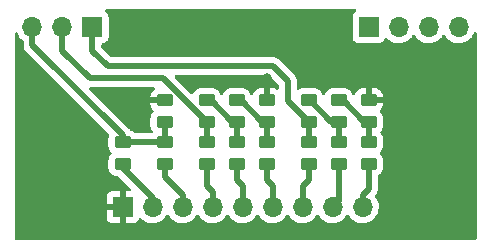
<source format=gbr>
%TF.GenerationSoftware,KiCad,Pcbnew,(6.0.0-0)*%
%TF.CreationDate,2022-07-05T21:41:22-04:00*%
%TF.ProjectId,IO-VGA-DAC,494f2d56-4741-42d4-9441-432e6b696361,rev?*%
%TF.SameCoordinates,Original*%
%TF.FileFunction,Copper,L1,Top*%
%TF.FilePolarity,Positive*%
%FSLAX46Y46*%
G04 Gerber Fmt 4.6, Leading zero omitted, Abs format (unit mm)*
G04 Created by KiCad (PCBNEW (6.0.0-0)) date 2022-07-05 21:41:22*
%MOMM*%
%LPD*%
G01*
G04 APERTURE LIST*
G04 Aperture macros list*
%AMRoundRect*
0 Rectangle with rounded corners*
0 $1 Rounding radius*
0 $2 $3 $4 $5 $6 $7 $8 $9 X,Y pos of 4 corners*
0 Add a 4 corners polygon primitive as box body*
4,1,4,$2,$3,$4,$5,$6,$7,$8,$9,$2,$3,0*
0 Add four circle primitives for the rounded corners*
1,1,$1+$1,$2,$3*
1,1,$1+$1,$4,$5*
1,1,$1+$1,$6,$7*
1,1,$1+$1,$8,$9*
0 Add four rect primitives between the rounded corners*
20,1,$1+$1,$2,$3,$4,$5,0*
20,1,$1+$1,$4,$5,$6,$7,0*
20,1,$1+$1,$6,$7,$8,$9,0*
20,1,$1+$1,$8,$9,$2,$3,0*%
G04 Aperture macros list end*
%TA.AperFunction,SMDPad,CuDef*%
%ADD10RoundRect,0.250000X-0.450000X0.262500X-0.450000X-0.262500X0.450000X-0.262500X0.450000X0.262500X0*%
%TD*%
%TA.AperFunction,SMDPad,CuDef*%
%ADD11RoundRect,0.250000X0.450000X-0.262500X0.450000X0.262500X-0.450000X0.262500X-0.450000X-0.262500X0*%
%TD*%
%TA.AperFunction,ComponentPad*%
%ADD12O,1.700000X1.700000*%
%TD*%
%TA.AperFunction,ComponentPad*%
%ADD13R,1.700000X1.700000*%
%TD*%
%TA.AperFunction,ViaPad*%
%ADD14C,0.800000*%
%TD*%
%TA.AperFunction,Conductor*%
%ADD15C,0.500000*%
%TD*%
G04 APERTURE END LIST*
D10*
%TO.P,R1,1*%
%TO.N,GND*%
X173228000Y-121769500D03*
%TO.P,R1,2*%
%TO.N,Net-(R1-Pad2)*%
X173228000Y-123594500D03*
%TD*%
D11*
%TO.P,R6,1*%
%TO.N,COLOR6*%
X155956000Y-127150500D03*
%TO.P,R6,2*%
%TO.N,VGA_BLUE*%
X155956000Y-125325500D03*
%TD*%
D10*
%TO.P,R3,2*%
%TO.N,VGA_BLUE*%
X155956000Y-123594500D03*
%TO.P,R3,1*%
%TO.N,GND*%
X155956000Y-121769500D03*
%TD*%
%TO.P,R13,1*%
%TO.N,Net-(R10-Pad2)*%
X168148000Y-121769500D03*
%TO.P,R13,2*%
%TO.N,VGA_RED*%
X168148000Y-123594500D03*
%TD*%
D11*
%TO.P,R5,1*%
%TO.N,COLOR3*%
X164592000Y-127150500D03*
%TO.P,R5,2*%
%TO.N,Net-(R2-Pad2)*%
X164592000Y-125325500D03*
%TD*%
D10*
%TO.P,R14,1*%
%TO.N,Net-(R11-Pad2)*%
X159512000Y-121769500D03*
%TO.P,R14,2*%
%TO.N,VGA_GREEN*%
X159512000Y-123594500D03*
%TD*%
D11*
%TO.P,R15,1*%
%TO.N,COLOR2*%
X168148000Y-127150500D03*
%TO.P,R15,2*%
%TO.N,VGA_RED*%
X168148000Y-125325500D03*
%TD*%
%TO.P,R16,1*%
%TO.N,COLOR5*%
X159512000Y-127150500D03*
%TO.P,R16,2*%
%TO.N,VGA_GREEN*%
X159512000Y-125325500D03*
%TD*%
D10*
%TO.P,R8,1*%
%TO.N,Net-(R2-Pad2)*%
X162052000Y-121769500D03*
%TO.P,R8,2*%
%TO.N,Net-(R11-Pad2)*%
X162052000Y-123594500D03*
%TD*%
D11*
%TO.P,R12,1*%
%TO.N,COLOR7*%
X152400000Y-127150500D03*
%TO.P,R12,2*%
%TO.N,VGA_BLUE*%
X152400000Y-125325500D03*
%TD*%
%TO.P,R10,1*%
%TO.N,COLOR1*%
X170688000Y-127150500D03*
%TO.P,R10,2*%
%TO.N,Net-(R10-Pad2)*%
X170688000Y-125325500D03*
%TD*%
D10*
%TO.P,R7,1*%
%TO.N,Net-(R1-Pad2)*%
X170688000Y-121769500D03*
%TO.P,R7,2*%
%TO.N,Net-(R10-Pad2)*%
X170688000Y-123594500D03*
%TD*%
%TO.P,R2,1*%
%TO.N,GND*%
X164592000Y-121769500D03*
%TO.P,R2,2*%
%TO.N,Net-(R2-Pad2)*%
X164592000Y-123594500D03*
%TD*%
D11*
%TO.P,R4,1*%
%TO.N,COLOR0*%
X173228000Y-127150500D03*
%TO.P,R4,2*%
%TO.N,Net-(R1-Pad2)*%
X173228000Y-125325500D03*
%TD*%
%TO.P,R11,1*%
%TO.N,COLOR4*%
X162052000Y-127150500D03*
%TO.P,R11,2*%
%TO.N,Net-(R11-Pad2)*%
X162052000Y-125325500D03*
%TD*%
D12*
%TO.P,J2,9,Pin_9*%
%TO.N,COLOR0*%
X172720000Y-130810000D03*
%TO.P,J2,8,Pin_8*%
%TO.N,COLOR1*%
X170180000Y-130810000D03*
%TO.P,J2,7,Pin_7*%
%TO.N,COLOR2*%
X167640000Y-130810000D03*
%TO.P,J2,6,Pin_6*%
%TO.N,COLOR3*%
X165100000Y-130810000D03*
%TO.P,J2,5,Pin_5*%
%TO.N,COLOR4*%
X162560000Y-130810000D03*
%TO.P,J2,4,Pin_4*%
%TO.N,COLOR5*%
X160020000Y-130810000D03*
%TO.P,J2,3,Pin_3*%
%TO.N,COLOR6*%
X157480000Y-130810000D03*
%TO.P,J2,2,Pin_2*%
%TO.N,COLOR7*%
X154940000Y-130810000D03*
D13*
%TO.P,J2,1,Pin_1*%
%TO.N,GND*%
X152400000Y-130810000D03*
%TD*%
%TO.P,J4,1,Pin_1*%
%TO.N,unconnected-(J4-Pad1)*%
X173228000Y-115570000D03*
D12*
%TO.P,J4,2,Pin_2*%
%TO.N,unconnected-(J4-Pad2)*%
X175768000Y-115570000D03*
%TO.P,J4,3,Pin_3*%
%TO.N,unconnected-(J4-Pad3)*%
X178308000Y-115570000D03*
%TO.P,J4,4,Pin_4*%
%TO.N,unconnected-(J4-Pad4)*%
X180848000Y-115570000D03*
%TD*%
D13*
%TO.P,J1,1,Pin_1*%
%TO.N,VGA_RED*%
X149845000Y-115570000D03*
D12*
%TO.P,J1,2,Pin_2*%
%TO.N,VGA_GREEN*%
X147305000Y-115570000D03*
%TO.P,J1,3,Pin_3*%
%TO.N,VGA_BLUE*%
X144765000Y-115570000D03*
%TD*%
D14*
%TO.N,GND*%
X173228000Y-119888000D03*
X152908000Y-121666000D03*
X164592000Y-119888000D03*
%TD*%
D15*
%TO.N,VGA_GREEN*%
X147305000Y-115570000D02*
X147305000Y-117587000D01*
X147305000Y-117587000D02*
X149606000Y-119888000D01*
X149606000Y-119888000D02*
X155805500Y-119888000D01*
X155805500Y-119888000D02*
X159512000Y-123594500D01*
%TO.N,VGA_RED*%
X168148000Y-123594500D02*
X166370000Y-121816500D01*
X166370000Y-121816500D02*
X166370000Y-120142000D01*
X166370000Y-120142000D02*
X165100000Y-118872000D01*
X165100000Y-118872000D02*
X151130000Y-118872000D01*
X151130000Y-118872000D02*
X149845000Y-117587000D01*
X149845000Y-117587000D02*
X149845000Y-115570000D01*
%TO.N,COLOR0*%
X173228000Y-127150500D02*
X173228000Y-129286000D01*
X173228000Y-129286000D02*
X172720000Y-129794000D01*
X172720000Y-129794000D02*
X172720000Y-130810000D01*
%TO.N,COLOR1*%
X170688000Y-127150500D02*
X170688000Y-130302000D01*
X170688000Y-130302000D02*
X170180000Y-130810000D01*
%TO.N,COLOR2*%
X168148000Y-127150500D02*
X168148000Y-128524000D01*
X167640000Y-129032000D02*
X167640000Y-130810000D01*
X168148000Y-128524000D02*
X167640000Y-129032000D01*
%TO.N,COLOR3*%
X164592000Y-127150500D02*
X164592000Y-128524000D01*
X164592000Y-128524000D02*
X165100000Y-129032000D01*
X165100000Y-129032000D02*
X165100000Y-130810000D01*
%TO.N,COLOR4*%
X162052000Y-127150500D02*
X162052000Y-128524000D01*
X162052000Y-128524000D02*
X162560000Y-129032000D01*
X162560000Y-129032000D02*
X162560000Y-130810000D01*
%TO.N,COLOR5*%
X159512000Y-127150500D02*
X159512000Y-129032000D01*
X159512000Y-129032000D02*
X160020000Y-129540000D01*
X160020000Y-129540000D02*
X160020000Y-130810000D01*
%TO.N,COLOR6*%
X155956000Y-127150500D02*
X155956000Y-128270000D01*
X155956000Y-128270000D02*
X157480000Y-129794000D01*
X157480000Y-129794000D02*
X157480000Y-130810000D01*
%TO.N,COLOR7*%
X154940000Y-130810000D02*
X154940000Y-130048000D01*
X154940000Y-130048000D02*
X152400000Y-127508000D01*
X152400000Y-127508000D02*
X152400000Y-127150500D01*
%TO.N,VGA_BLUE*%
X152400000Y-125325500D02*
X152400000Y-124714000D01*
X152400000Y-124714000D02*
X144765000Y-117079000D01*
X144765000Y-117079000D02*
X144765000Y-115570000D01*
X155956000Y-125325500D02*
X152400000Y-125325500D01*
%TO.N,GND*%
X164592000Y-121769500D02*
X164592000Y-119888000D01*
X173228000Y-121769500D02*
X173228000Y-119888000D01*
X155956000Y-121769500D02*
X153011500Y-121769500D01*
X153011500Y-121769500D02*
X152908000Y-121666000D01*
%TO.N,VGA_BLUE*%
X155956000Y-125325500D02*
X155956000Y-123594500D01*
%TO.N,Net-(R2-Pad2)*%
X162052000Y-121769500D02*
X162409500Y-121769500D01*
X162409500Y-121769500D02*
X164234500Y-123594500D01*
X164234500Y-123594500D02*
X164592000Y-123594500D01*
%TO.N,Net-(R11-Pad2)*%
X159512000Y-121769500D02*
X159869500Y-121769500D01*
X159869500Y-121769500D02*
X161694500Y-123594500D01*
X161694500Y-123594500D02*
X162052000Y-123594500D01*
%TO.N,VGA_GREEN*%
X159512000Y-125325500D02*
X159512000Y-123594500D01*
%TO.N,Net-(R11-Pad2)*%
X162052000Y-123594500D02*
X162052000Y-125325500D01*
%TO.N,Net-(R2-Pad2)*%
X164592000Y-125325500D02*
X164592000Y-123594500D01*
%TO.N,VGA_RED*%
X168148000Y-125325500D02*
X168148000Y-123594500D01*
%TO.N,Net-(R10-Pad2)*%
X168148000Y-121769500D02*
X168251500Y-121769500D01*
X168251500Y-121769500D02*
X170076500Y-123594500D01*
X170076500Y-123594500D02*
X170688000Y-123594500D01*
X170688000Y-125325500D02*
X170688000Y-123594500D01*
%TO.N,Net-(R1-Pad2)*%
X170688000Y-121769500D02*
X171045500Y-121769500D01*
X171045500Y-121769500D02*
X172870500Y-123594500D01*
X172870500Y-123594500D02*
X173228000Y-123594500D01*
X173228000Y-125325500D02*
X173228000Y-123594500D01*
%TD*%
%TA.AperFunction,Conductor*%
%TO.N,GND*%
G36*
X172119260Y-114066002D02*
G01*
X172165753Y-114119658D01*
X172175857Y-114189932D01*
X172146363Y-114254512D01*
X172126705Y-114272825D01*
X172014739Y-114356739D01*
X171927385Y-114473295D01*
X171876255Y-114609684D01*
X171869500Y-114671866D01*
X171869500Y-116468134D01*
X171876255Y-116530316D01*
X171927385Y-116666705D01*
X172014739Y-116783261D01*
X172131295Y-116870615D01*
X172267684Y-116921745D01*
X172329866Y-116928500D01*
X174126134Y-116928500D01*
X174188316Y-116921745D01*
X174324705Y-116870615D01*
X174441261Y-116783261D01*
X174528615Y-116666705D01*
X174550799Y-116607529D01*
X174572598Y-116549382D01*
X174615240Y-116492618D01*
X174681802Y-116467918D01*
X174751150Y-116483126D01*
X174785817Y-116511114D01*
X174814250Y-116543938D01*
X174986126Y-116686632D01*
X175179000Y-116799338D01*
X175387692Y-116879030D01*
X175392760Y-116880061D01*
X175392763Y-116880062D01*
X175500017Y-116901883D01*
X175606597Y-116923567D01*
X175611772Y-116923757D01*
X175611774Y-116923757D01*
X175824673Y-116931564D01*
X175824677Y-116931564D01*
X175829837Y-116931753D01*
X175834957Y-116931097D01*
X175834959Y-116931097D01*
X176046288Y-116904025D01*
X176046289Y-116904025D01*
X176051416Y-116903368D01*
X176056366Y-116901883D01*
X176260429Y-116840661D01*
X176260434Y-116840659D01*
X176265384Y-116839174D01*
X176465994Y-116740896D01*
X176647860Y-116611173D01*
X176806096Y-116453489D01*
X176865594Y-116370689D01*
X176936453Y-116272077D01*
X176937776Y-116273028D01*
X176984645Y-116229857D01*
X177054580Y-116217625D01*
X177120026Y-116245144D01*
X177147875Y-116276994D01*
X177207987Y-116375088D01*
X177354250Y-116543938D01*
X177526126Y-116686632D01*
X177719000Y-116799338D01*
X177927692Y-116879030D01*
X177932760Y-116880061D01*
X177932763Y-116880062D01*
X178040017Y-116901883D01*
X178146597Y-116923567D01*
X178151772Y-116923757D01*
X178151774Y-116923757D01*
X178364673Y-116931564D01*
X178364677Y-116931564D01*
X178369837Y-116931753D01*
X178374957Y-116931097D01*
X178374959Y-116931097D01*
X178586288Y-116904025D01*
X178586289Y-116904025D01*
X178591416Y-116903368D01*
X178596366Y-116901883D01*
X178800429Y-116840661D01*
X178800434Y-116840659D01*
X178805384Y-116839174D01*
X179005994Y-116740896D01*
X179187860Y-116611173D01*
X179346096Y-116453489D01*
X179405594Y-116370689D01*
X179476453Y-116272077D01*
X179477776Y-116273028D01*
X179524645Y-116229857D01*
X179594580Y-116217625D01*
X179660026Y-116245144D01*
X179687875Y-116276994D01*
X179747987Y-116375088D01*
X179894250Y-116543938D01*
X180066126Y-116686632D01*
X180259000Y-116799338D01*
X180467692Y-116879030D01*
X180472760Y-116880061D01*
X180472763Y-116880062D01*
X180580017Y-116901883D01*
X180686597Y-116923567D01*
X180691772Y-116923757D01*
X180691774Y-116923757D01*
X180904673Y-116931564D01*
X180904677Y-116931564D01*
X180909837Y-116931753D01*
X180914957Y-116931097D01*
X180914959Y-116931097D01*
X181126288Y-116904025D01*
X181126289Y-116904025D01*
X181131416Y-116903368D01*
X181136366Y-116901883D01*
X181340429Y-116840661D01*
X181340434Y-116840659D01*
X181345384Y-116839174D01*
X181545994Y-116740896D01*
X181727860Y-116611173D01*
X181886096Y-116453489D01*
X181945594Y-116370689D01*
X182013435Y-116276277D01*
X182016453Y-116272077D01*
X182037320Y-116229857D01*
X182113136Y-116076453D01*
X182113137Y-116076451D01*
X182115430Y-116071811D01*
X182125442Y-116038858D01*
X182164383Y-115979494D01*
X182229237Y-115950607D01*
X182299413Y-115961369D01*
X182352631Y-116008362D01*
X182372000Y-116075487D01*
X182372000Y-133478000D01*
X182351998Y-133546121D01*
X182298342Y-133592614D01*
X182246000Y-133604000D01*
X143382000Y-133604000D01*
X143313879Y-133583998D01*
X143267386Y-133530342D01*
X143256000Y-133478000D01*
X143256000Y-131704669D01*
X151042001Y-131704669D01*
X151042371Y-131711490D01*
X151047895Y-131762352D01*
X151051521Y-131777604D01*
X151096676Y-131898054D01*
X151105214Y-131913649D01*
X151181715Y-132015724D01*
X151194276Y-132028285D01*
X151296351Y-132104786D01*
X151311946Y-132113324D01*
X151432394Y-132158478D01*
X151447649Y-132162105D01*
X151498514Y-132167631D01*
X151505328Y-132168000D01*
X152127885Y-132168000D01*
X152143124Y-132163525D01*
X152144329Y-132162135D01*
X152146000Y-132154452D01*
X152146000Y-131082115D01*
X152141525Y-131066876D01*
X152140135Y-131065671D01*
X152132452Y-131064000D01*
X151060116Y-131064000D01*
X151044877Y-131068475D01*
X151043672Y-131069865D01*
X151042001Y-131077548D01*
X151042001Y-131704669D01*
X143256000Y-131704669D01*
X143256000Y-130537885D01*
X151042000Y-130537885D01*
X151046475Y-130553124D01*
X151047865Y-130554329D01*
X151055548Y-130556000D01*
X152127885Y-130556000D01*
X152143124Y-130551525D01*
X152144329Y-130550135D01*
X152146000Y-130542452D01*
X152146000Y-129470116D01*
X152141525Y-129454877D01*
X152140135Y-129453672D01*
X152132452Y-129452001D01*
X151505331Y-129452001D01*
X151498510Y-129452371D01*
X151447648Y-129457895D01*
X151432396Y-129461521D01*
X151311946Y-129506676D01*
X151296351Y-129515214D01*
X151194276Y-129591715D01*
X151181715Y-129604276D01*
X151105214Y-129706351D01*
X151096676Y-129721946D01*
X151051522Y-129842394D01*
X151047895Y-129857649D01*
X151042369Y-129908514D01*
X151042000Y-129915328D01*
X151042000Y-130537885D01*
X143256000Y-130537885D01*
X143256000Y-116110059D01*
X143276002Y-116041938D01*
X143329658Y-115995445D01*
X143399932Y-115985341D01*
X143464512Y-116014835D01*
X143498743Y-116062655D01*
X143503954Y-116075487D01*
X143548266Y-116184616D01*
X143585685Y-116245678D01*
X143662291Y-116370688D01*
X143664987Y-116375088D01*
X143811250Y-116543938D01*
X143959124Y-116666705D01*
X143960985Y-116668250D01*
X144000620Y-116727152D01*
X144006500Y-116765194D01*
X144006500Y-117011930D01*
X144005067Y-117030880D01*
X144001801Y-117052349D01*
X144002394Y-117059641D01*
X144002394Y-117059644D01*
X144006085Y-117105018D01*
X144006500Y-117115233D01*
X144006500Y-117123293D01*
X144006925Y-117126937D01*
X144009789Y-117151507D01*
X144010222Y-117155882D01*
X144015489Y-117220629D01*
X144016140Y-117228637D01*
X144018396Y-117235601D01*
X144019587Y-117241560D01*
X144020971Y-117247415D01*
X144021818Y-117254681D01*
X144046735Y-117323327D01*
X144048152Y-117327455D01*
X144070649Y-117396899D01*
X144074445Y-117403154D01*
X144076951Y-117408628D01*
X144079670Y-117414058D01*
X144082167Y-117420937D01*
X144086180Y-117427057D01*
X144086180Y-117427058D01*
X144122186Y-117481976D01*
X144124523Y-117485680D01*
X144162405Y-117548107D01*
X144166121Y-117552315D01*
X144166122Y-117552316D01*
X144169803Y-117556484D01*
X144169776Y-117556508D01*
X144172429Y-117559500D01*
X144175132Y-117562733D01*
X144179144Y-117568852D01*
X144184456Y-117573884D01*
X144235383Y-117622128D01*
X144237825Y-117624506D01*
X151226747Y-124613428D01*
X151260773Y-124675740D01*
X151257245Y-124742190D01*
X151204804Y-124900296D01*
X151202203Y-124908139D01*
X151191500Y-125012600D01*
X151191500Y-125638400D01*
X151202474Y-125744166D01*
X151258450Y-125911946D01*
X151351522Y-126062348D01*
X151356704Y-126067521D01*
X151438109Y-126148784D01*
X151472188Y-126211066D01*
X151467185Y-126281886D01*
X151438264Y-126326975D01*
X151362940Y-126402431D01*
X151350695Y-126414697D01*
X151257885Y-126565262D01*
X151202203Y-126733139D01*
X151191500Y-126837600D01*
X151191500Y-127463400D01*
X151202474Y-127569166D01*
X151258450Y-127736946D01*
X151351522Y-127887348D01*
X151476697Y-128012305D01*
X151482927Y-128016145D01*
X151482928Y-128016146D01*
X151608137Y-128093326D01*
X151627262Y-128105115D01*
X151701535Y-128129750D01*
X151788611Y-128158632D01*
X151788613Y-128158632D01*
X151795139Y-128160797D01*
X151801975Y-128161497D01*
X151801978Y-128161498D01*
X151845031Y-128165909D01*
X151899600Y-128171500D01*
X151938629Y-128171500D01*
X152006750Y-128191502D01*
X152027724Y-128208405D01*
X153056224Y-129236905D01*
X153090250Y-129299217D01*
X153085185Y-129370032D01*
X153042638Y-129426868D01*
X152976118Y-129451679D01*
X152967129Y-129452000D01*
X152672115Y-129452000D01*
X152656876Y-129456475D01*
X152655671Y-129457865D01*
X152654000Y-129465548D01*
X152654000Y-132149884D01*
X152658475Y-132165123D01*
X152659865Y-132166328D01*
X152667548Y-132167999D01*
X153294669Y-132167999D01*
X153301490Y-132167629D01*
X153352352Y-132162105D01*
X153367604Y-132158479D01*
X153488054Y-132113324D01*
X153503649Y-132104786D01*
X153605724Y-132028285D01*
X153618285Y-132015724D01*
X153694786Y-131913649D01*
X153703324Y-131898054D01*
X153744225Y-131788952D01*
X153786867Y-131732188D01*
X153853428Y-131707488D01*
X153922777Y-131722696D01*
X153957444Y-131750684D01*
X153982865Y-131780031D01*
X153982869Y-131780035D01*
X153986250Y-131783938D01*
X154158126Y-131926632D01*
X154351000Y-132039338D01*
X154559692Y-132119030D01*
X154564760Y-132120061D01*
X154564763Y-132120062D01*
X154672017Y-132141883D01*
X154778597Y-132163567D01*
X154783772Y-132163757D01*
X154783774Y-132163757D01*
X154996673Y-132171564D01*
X154996677Y-132171564D01*
X155001837Y-132171753D01*
X155006957Y-132171097D01*
X155006959Y-132171097D01*
X155218288Y-132144025D01*
X155218289Y-132144025D01*
X155223416Y-132143368D01*
X155228366Y-132141883D01*
X155432429Y-132080661D01*
X155432434Y-132080659D01*
X155437384Y-132079174D01*
X155637994Y-131980896D01*
X155819860Y-131851173D01*
X155978096Y-131693489D01*
X156108453Y-131512077D01*
X156109776Y-131513028D01*
X156156645Y-131469857D01*
X156226580Y-131457625D01*
X156292026Y-131485144D01*
X156319875Y-131516994D01*
X156379987Y-131615088D01*
X156526250Y-131783938D01*
X156698126Y-131926632D01*
X156891000Y-132039338D01*
X157099692Y-132119030D01*
X157104760Y-132120061D01*
X157104763Y-132120062D01*
X157212017Y-132141883D01*
X157318597Y-132163567D01*
X157323772Y-132163757D01*
X157323774Y-132163757D01*
X157536673Y-132171564D01*
X157536677Y-132171564D01*
X157541837Y-132171753D01*
X157546957Y-132171097D01*
X157546959Y-132171097D01*
X157758288Y-132144025D01*
X157758289Y-132144025D01*
X157763416Y-132143368D01*
X157768366Y-132141883D01*
X157972429Y-132080661D01*
X157972434Y-132080659D01*
X157977384Y-132079174D01*
X158177994Y-131980896D01*
X158359860Y-131851173D01*
X158518096Y-131693489D01*
X158648453Y-131512077D01*
X158649776Y-131513028D01*
X158696645Y-131469857D01*
X158766580Y-131457625D01*
X158832026Y-131485144D01*
X158859875Y-131516994D01*
X158919987Y-131615088D01*
X159066250Y-131783938D01*
X159238126Y-131926632D01*
X159431000Y-132039338D01*
X159639692Y-132119030D01*
X159644760Y-132120061D01*
X159644763Y-132120062D01*
X159752017Y-132141883D01*
X159858597Y-132163567D01*
X159863772Y-132163757D01*
X159863774Y-132163757D01*
X160076673Y-132171564D01*
X160076677Y-132171564D01*
X160081837Y-132171753D01*
X160086957Y-132171097D01*
X160086959Y-132171097D01*
X160298288Y-132144025D01*
X160298289Y-132144025D01*
X160303416Y-132143368D01*
X160308366Y-132141883D01*
X160512429Y-132080661D01*
X160512434Y-132080659D01*
X160517384Y-132079174D01*
X160717994Y-131980896D01*
X160899860Y-131851173D01*
X161058096Y-131693489D01*
X161188453Y-131512077D01*
X161189776Y-131513028D01*
X161236645Y-131469857D01*
X161306580Y-131457625D01*
X161372026Y-131485144D01*
X161399875Y-131516994D01*
X161459987Y-131615088D01*
X161606250Y-131783938D01*
X161778126Y-131926632D01*
X161971000Y-132039338D01*
X162179692Y-132119030D01*
X162184760Y-132120061D01*
X162184763Y-132120062D01*
X162292017Y-132141883D01*
X162398597Y-132163567D01*
X162403772Y-132163757D01*
X162403774Y-132163757D01*
X162616673Y-132171564D01*
X162616677Y-132171564D01*
X162621837Y-132171753D01*
X162626957Y-132171097D01*
X162626959Y-132171097D01*
X162838288Y-132144025D01*
X162838289Y-132144025D01*
X162843416Y-132143368D01*
X162848366Y-132141883D01*
X163052429Y-132080661D01*
X163052434Y-132080659D01*
X163057384Y-132079174D01*
X163257994Y-131980896D01*
X163439860Y-131851173D01*
X163598096Y-131693489D01*
X163728453Y-131512077D01*
X163729776Y-131513028D01*
X163776645Y-131469857D01*
X163846580Y-131457625D01*
X163912026Y-131485144D01*
X163939875Y-131516994D01*
X163999987Y-131615088D01*
X164146250Y-131783938D01*
X164318126Y-131926632D01*
X164511000Y-132039338D01*
X164719692Y-132119030D01*
X164724760Y-132120061D01*
X164724763Y-132120062D01*
X164832017Y-132141883D01*
X164938597Y-132163567D01*
X164943772Y-132163757D01*
X164943774Y-132163757D01*
X165156673Y-132171564D01*
X165156677Y-132171564D01*
X165161837Y-132171753D01*
X165166957Y-132171097D01*
X165166959Y-132171097D01*
X165378288Y-132144025D01*
X165378289Y-132144025D01*
X165383416Y-132143368D01*
X165388366Y-132141883D01*
X165592429Y-132080661D01*
X165592434Y-132080659D01*
X165597384Y-132079174D01*
X165797994Y-131980896D01*
X165979860Y-131851173D01*
X166138096Y-131693489D01*
X166268453Y-131512077D01*
X166269776Y-131513028D01*
X166316645Y-131469857D01*
X166386580Y-131457625D01*
X166452026Y-131485144D01*
X166479875Y-131516994D01*
X166539987Y-131615088D01*
X166686250Y-131783938D01*
X166858126Y-131926632D01*
X167051000Y-132039338D01*
X167259692Y-132119030D01*
X167264760Y-132120061D01*
X167264763Y-132120062D01*
X167372017Y-132141883D01*
X167478597Y-132163567D01*
X167483772Y-132163757D01*
X167483774Y-132163757D01*
X167696673Y-132171564D01*
X167696677Y-132171564D01*
X167701837Y-132171753D01*
X167706957Y-132171097D01*
X167706959Y-132171097D01*
X167918288Y-132144025D01*
X167918289Y-132144025D01*
X167923416Y-132143368D01*
X167928366Y-132141883D01*
X168132429Y-132080661D01*
X168132434Y-132080659D01*
X168137384Y-132079174D01*
X168337994Y-131980896D01*
X168519860Y-131851173D01*
X168678096Y-131693489D01*
X168808453Y-131512077D01*
X168809776Y-131513028D01*
X168856645Y-131469857D01*
X168926580Y-131457625D01*
X168992026Y-131485144D01*
X169019875Y-131516994D01*
X169079987Y-131615088D01*
X169226250Y-131783938D01*
X169398126Y-131926632D01*
X169591000Y-132039338D01*
X169799692Y-132119030D01*
X169804760Y-132120061D01*
X169804763Y-132120062D01*
X169912017Y-132141883D01*
X170018597Y-132163567D01*
X170023772Y-132163757D01*
X170023774Y-132163757D01*
X170236673Y-132171564D01*
X170236677Y-132171564D01*
X170241837Y-132171753D01*
X170246957Y-132171097D01*
X170246959Y-132171097D01*
X170458288Y-132144025D01*
X170458289Y-132144025D01*
X170463416Y-132143368D01*
X170468366Y-132141883D01*
X170672429Y-132080661D01*
X170672434Y-132080659D01*
X170677384Y-132079174D01*
X170877994Y-131980896D01*
X171059860Y-131851173D01*
X171218096Y-131693489D01*
X171348453Y-131512077D01*
X171349776Y-131513028D01*
X171396645Y-131469857D01*
X171466580Y-131457625D01*
X171532026Y-131485144D01*
X171559875Y-131516994D01*
X171619987Y-131615088D01*
X171766250Y-131783938D01*
X171938126Y-131926632D01*
X172131000Y-132039338D01*
X172339692Y-132119030D01*
X172344760Y-132120061D01*
X172344763Y-132120062D01*
X172452017Y-132141883D01*
X172558597Y-132163567D01*
X172563772Y-132163757D01*
X172563774Y-132163757D01*
X172776673Y-132171564D01*
X172776677Y-132171564D01*
X172781837Y-132171753D01*
X172786957Y-132171097D01*
X172786959Y-132171097D01*
X172998288Y-132144025D01*
X172998289Y-132144025D01*
X173003416Y-132143368D01*
X173008366Y-132141883D01*
X173212429Y-132080661D01*
X173212434Y-132080659D01*
X173217384Y-132079174D01*
X173417994Y-131980896D01*
X173599860Y-131851173D01*
X173758096Y-131693489D01*
X173888453Y-131512077D01*
X173909320Y-131469857D01*
X173985136Y-131316453D01*
X173985137Y-131316451D01*
X173987430Y-131311811D01*
X174052370Y-131098069D01*
X174081529Y-130876590D01*
X174083156Y-130810000D01*
X174064852Y-130587361D01*
X174010431Y-130370702D01*
X173921354Y-130165840D01*
X173825090Y-130017038D01*
X173802824Y-129982620D01*
X173802822Y-129982617D01*
X173800014Y-129978277D01*
X173789620Y-129966854D01*
X173758569Y-129903008D01*
X173766965Y-129832509D01*
X173791141Y-129796773D01*
X173790646Y-129796333D01*
X173793061Y-129793620D01*
X173795660Y-129791021D01*
X173813281Y-129768749D01*
X173816072Y-129765345D01*
X173858591Y-129715297D01*
X173858592Y-129715295D01*
X173863333Y-129709715D01*
X173866661Y-129703199D01*
X173870020Y-129698162D01*
X173873194Y-129693023D01*
X173877734Y-129687284D01*
X173890667Y-129659612D01*
X173908636Y-129621163D01*
X173910569Y-129617209D01*
X173930135Y-129578892D01*
X173943769Y-129552192D01*
X173945510Y-129545076D01*
X173947604Y-129539446D01*
X173949523Y-129533679D01*
X173952621Y-129527050D01*
X173955338Y-129513991D01*
X173966394Y-129460834D01*
X173967483Y-129455600D01*
X173968453Y-129451315D01*
X173974435Y-129426868D01*
X173985808Y-129380390D01*
X173986209Y-129373937D01*
X173986500Y-129369236D01*
X173986536Y-129369238D01*
X173986775Y-129365248D01*
X173987150Y-129361050D01*
X173988640Y-129353885D01*
X173986546Y-129276496D01*
X173986500Y-129273088D01*
X173986500Y-128184311D01*
X174006502Y-128116190D01*
X174046196Y-128077167D01*
X174152348Y-128011478D01*
X174277305Y-127886303D01*
X174370115Y-127735738D01*
X174409544Y-127616863D01*
X174423632Y-127574389D01*
X174423632Y-127574387D01*
X174425797Y-127567861D01*
X174436500Y-127463400D01*
X174436500Y-126837600D01*
X174425526Y-126731834D01*
X174369550Y-126564054D01*
X174276478Y-126413652D01*
X174189891Y-126327216D01*
X174155812Y-126264934D01*
X174160815Y-126194114D01*
X174189736Y-126149025D01*
X174272134Y-126066483D01*
X174277305Y-126061303D01*
X174370115Y-125910738D01*
X174425797Y-125742861D01*
X174436500Y-125638400D01*
X174436500Y-125012600D01*
X174425526Y-124906834D01*
X174369550Y-124739054D01*
X174276478Y-124588652D01*
X174236891Y-124549134D01*
X174202812Y-124486852D01*
X174207815Y-124416032D01*
X174236736Y-124370943D01*
X174272134Y-124335484D01*
X174272138Y-124335479D01*
X174277305Y-124330303D01*
X174329953Y-124244893D01*
X174366275Y-124185968D01*
X174366276Y-124185966D01*
X174370115Y-124179738D01*
X174425797Y-124011861D01*
X174436500Y-123907400D01*
X174436500Y-123281600D01*
X174425526Y-123175834D01*
X174369550Y-123008054D01*
X174276478Y-122857652D01*
X174189537Y-122770862D01*
X174155458Y-122708579D01*
X174160461Y-122637759D01*
X174189382Y-122592671D01*
X174271739Y-122510171D01*
X174280751Y-122498760D01*
X174365816Y-122360757D01*
X174371963Y-122347576D01*
X174423138Y-122193290D01*
X174426005Y-122179914D01*
X174435672Y-122085562D01*
X174436000Y-122079146D01*
X174436000Y-122041615D01*
X174431525Y-122026376D01*
X174430135Y-122025171D01*
X174422452Y-122023500D01*
X173100000Y-122023500D01*
X173031879Y-122003498D01*
X172985386Y-121949842D01*
X172974000Y-121897500D01*
X172974000Y-121497385D01*
X173482000Y-121497385D01*
X173486475Y-121512624D01*
X173487865Y-121513829D01*
X173495548Y-121515500D01*
X174417884Y-121515500D01*
X174433123Y-121511025D01*
X174434328Y-121509635D01*
X174435999Y-121501952D01*
X174435999Y-121459905D01*
X174435662Y-121453386D01*
X174425743Y-121357794D01*
X174422851Y-121344400D01*
X174371412Y-121190216D01*
X174365239Y-121177038D01*
X174279937Y-121039193D01*
X174270901Y-121027792D01*
X174156171Y-120913261D01*
X174144760Y-120904249D01*
X174006757Y-120819184D01*
X173993576Y-120813037D01*
X173839290Y-120761862D01*
X173825914Y-120758995D01*
X173731562Y-120749328D01*
X173725145Y-120749000D01*
X173500115Y-120749000D01*
X173484876Y-120753475D01*
X173483671Y-120754865D01*
X173482000Y-120762548D01*
X173482000Y-121497385D01*
X172974000Y-121497385D01*
X172974000Y-120767116D01*
X172969525Y-120751877D01*
X172968135Y-120750672D01*
X172960452Y-120749001D01*
X172730905Y-120749001D01*
X172724386Y-120749338D01*
X172628794Y-120759257D01*
X172615400Y-120762149D01*
X172461216Y-120813588D01*
X172448038Y-120819761D01*
X172310193Y-120905063D01*
X172298792Y-120914099D01*
X172184261Y-121028829D01*
X172175249Y-121040240D01*
X172090184Y-121178243D01*
X172084035Y-121191429D01*
X172077800Y-121210225D01*
X172037369Y-121268584D01*
X171971804Y-121295820D01*
X171901923Y-121283286D01*
X171849912Y-121234960D01*
X171838684Y-121210432D01*
X171831868Y-121190002D01*
X171829550Y-121183054D01*
X171736478Y-121032652D01*
X171611303Y-120907695D01*
X171545675Y-120867241D01*
X171466968Y-120818725D01*
X171466966Y-120818724D01*
X171460738Y-120814885D01*
X171380995Y-120788436D01*
X171299389Y-120761368D01*
X171299387Y-120761368D01*
X171292861Y-120759203D01*
X171286025Y-120758503D01*
X171286022Y-120758502D01*
X171242969Y-120754091D01*
X171188400Y-120748500D01*
X170187600Y-120748500D01*
X170184354Y-120748837D01*
X170184350Y-120748837D01*
X170088692Y-120758762D01*
X170088688Y-120758763D01*
X170081834Y-120759474D01*
X170075298Y-120761655D01*
X170075296Y-120761655D01*
X170058928Y-120767116D01*
X169914054Y-120815450D01*
X169763652Y-120908522D01*
X169638695Y-121033697D01*
X169545885Y-121184262D01*
X169543508Y-121191429D01*
X169537537Y-121209430D01*
X169497107Y-121267791D01*
X169431543Y-121295028D01*
X169361661Y-121282495D01*
X169309649Y-121234171D01*
X169298421Y-121209641D01*
X169291871Y-121190007D01*
X169291867Y-121189997D01*
X169289550Y-121183054D01*
X169196478Y-121032652D01*
X169071303Y-120907695D01*
X169005675Y-120867241D01*
X168926968Y-120818725D01*
X168926966Y-120818724D01*
X168920738Y-120814885D01*
X168840995Y-120788436D01*
X168759389Y-120761368D01*
X168759387Y-120761368D01*
X168752861Y-120759203D01*
X168746025Y-120758503D01*
X168746022Y-120758502D01*
X168702969Y-120754091D01*
X168648400Y-120748500D01*
X167647600Y-120748500D01*
X167644354Y-120748837D01*
X167644350Y-120748837D01*
X167548692Y-120758762D01*
X167548688Y-120758763D01*
X167541834Y-120759474D01*
X167535298Y-120761655D01*
X167535296Y-120761655D01*
X167518928Y-120767116D01*
X167374054Y-120815450D01*
X167367826Y-120819304D01*
X167367824Y-120819305D01*
X167320803Y-120848403D01*
X167252351Y-120867241D01*
X167184582Y-120846080D01*
X167139010Y-120791639D01*
X167128500Y-120741259D01*
X167128500Y-120209069D01*
X167129933Y-120190118D01*
X167132099Y-120175883D01*
X167132099Y-120175881D01*
X167133199Y-120168651D01*
X167128915Y-120115982D01*
X167128500Y-120105767D01*
X167128500Y-120097707D01*
X167125211Y-120069493D01*
X167124778Y-120065118D01*
X167119454Y-119999661D01*
X167119453Y-119999658D01*
X167118860Y-119992363D01*
X167116604Y-119985399D01*
X167115413Y-119979440D01*
X167114029Y-119973585D01*
X167113182Y-119966319D01*
X167088265Y-119897673D01*
X167086848Y-119893545D01*
X167066607Y-119831064D01*
X167066606Y-119831062D01*
X167064351Y-119824101D01*
X167060555Y-119817846D01*
X167058049Y-119812372D01*
X167055330Y-119806942D01*
X167052833Y-119800063D01*
X167012809Y-119739016D01*
X167010472Y-119735312D01*
X166975509Y-119677693D01*
X166975505Y-119677688D01*
X166972595Y-119672892D01*
X166965197Y-119664516D01*
X166965223Y-119664493D01*
X166962574Y-119661503D01*
X166959866Y-119658264D01*
X166955856Y-119652148D01*
X166950549Y-119647121D01*
X166950546Y-119647117D01*
X166899617Y-119598872D01*
X166897175Y-119596494D01*
X165683770Y-118383089D01*
X165671384Y-118368677D01*
X165662851Y-118357082D01*
X165662846Y-118357077D01*
X165658508Y-118351182D01*
X165652930Y-118346443D01*
X165652927Y-118346440D01*
X165618232Y-118316965D01*
X165610716Y-118310035D01*
X165605021Y-118304340D01*
X165598880Y-118299482D01*
X165582749Y-118286719D01*
X165579345Y-118283928D01*
X165529297Y-118241409D01*
X165529295Y-118241408D01*
X165523715Y-118236667D01*
X165517199Y-118233339D01*
X165512150Y-118229972D01*
X165507021Y-118226805D01*
X165501284Y-118222266D01*
X165435125Y-118191345D01*
X165431225Y-118189439D01*
X165366192Y-118156231D01*
X165359084Y-118154492D01*
X165353441Y-118152393D01*
X165347678Y-118150476D01*
X165341050Y-118147378D01*
X165269583Y-118132513D01*
X165265299Y-118131543D01*
X165264220Y-118131279D01*
X165194390Y-118114192D01*
X165188788Y-118113844D01*
X165188785Y-118113844D01*
X165183236Y-118113500D01*
X165183238Y-118113464D01*
X165179245Y-118113225D01*
X165175053Y-118112851D01*
X165167885Y-118111360D01*
X165101675Y-118113151D01*
X165090479Y-118113454D01*
X165087072Y-118113500D01*
X151496371Y-118113500D01*
X151428250Y-118093498D01*
X151407276Y-118076595D01*
X150640405Y-117309724D01*
X150606379Y-117247412D01*
X150603500Y-117220629D01*
X150603500Y-117054500D01*
X150623502Y-116986379D01*
X150677158Y-116939886D01*
X150729500Y-116928500D01*
X150743134Y-116928500D01*
X150805316Y-116921745D01*
X150941705Y-116870615D01*
X151058261Y-116783261D01*
X151145615Y-116666705D01*
X151196745Y-116530316D01*
X151203500Y-116468134D01*
X151203500Y-114671866D01*
X151196745Y-114609684D01*
X151145615Y-114473295D01*
X151058261Y-114356739D01*
X150946296Y-114272825D01*
X150903781Y-114215967D01*
X150898755Y-114145148D01*
X150932815Y-114082855D01*
X150995146Y-114048865D01*
X151021861Y-114046000D01*
X172051139Y-114046000D01*
X172119260Y-114066002D01*
G37*
%TD.AperFunction*%
%TA.AperFunction,Conductor*%
G36*
X155081087Y-120666502D02*
G01*
X155127580Y-120720158D01*
X155137684Y-120790432D01*
X155108190Y-120855012D01*
X155079270Y-120879644D01*
X155038190Y-120905066D01*
X155026792Y-120914099D01*
X154912261Y-121028829D01*
X154903249Y-121040240D01*
X154818184Y-121178243D01*
X154812037Y-121191424D01*
X154760862Y-121345710D01*
X154757995Y-121359086D01*
X154748328Y-121453438D01*
X154748000Y-121459855D01*
X154748000Y-121497385D01*
X154752475Y-121512624D01*
X154753865Y-121513829D01*
X154761548Y-121515500D01*
X156084000Y-121515500D01*
X156152121Y-121535502D01*
X156198614Y-121589158D01*
X156210000Y-121641500D01*
X156210000Y-121897500D01*
X156189998Y-121965621D01*
X156136342Y-122012114D01*
X156084000Y-122023500D01*
X154766116Y-122023500D01*
X154750877Y-122027975D01*
X154749672Y-122029365D01*
X154748001Y-122037048D01*
X154748001Y-122079095D01*
X154748338Y-122085614D01*
X154758257Y-122181206D01*
X154761149Y-122194600D01*
X154812588Y-122348784D01*
X154818761Y-122361962D01*
X154904063Y-122499807D01*
X154913099Y-122511208D01*
X154994462Y-122592430D01*
X155028541Y-122654713D01*
X155023538Y-122725533D01*
X154994617Y-122770620D01*
X154911870Y-122853512D01*
X154911866Y-122853517D01*
X154906695Y-122858697D01*
X154813885Y-123009262D01*
X154758203Y-123177139D01*
X154747500Y-123281600D01*
X154747500Y-123907400D01*
X154758474Y-124013166D01*
X154814450Y-124180946D01*
X154907522Y-124331348D01*
X154912704Y-124336521D01*
X154928036Y-124351826D01*
X154962116Y-124414109D01*
X154957113Y-124484929D01*
X154914617Y-124541802D01*
X154848118Y-124566671D01*
X154839019Y-124567000D01*
X153478915Y-124567000D01*
X153410794Y-124546998D01*
X153389897Y-124530173D01*
X153328483Y-124468866D01*
X153323303Y-124463695D01*
X153172738Y-124370885D01*
X153126236Y-124355461D01*
X153099443Y-124346574D01*
X153041083Y-124306143D01*
X153031391Y-124292347D01*
X153005500Y-124249680D01*
X153005499Y-124249679D01*
X153002595Y-124244893D01*
X152995198Y-124236517D01*
X152995225Y-124236493D01*
X152992570Y-124233499D01*
X152989868Y-124230268D01*
X152985856Y-124224148D01*
X152929617Y-124170872D01*
X152927175Y-124168494D01*
X149620276Y-120861595D01*
X149586250Y-120799283D01*
X149591315Y-120728468D01*
X149633862Y-120671632D01*
X149700382Y-120646821D01*
X149709371Y-120646500D01*
X155012966Y-120646500D01*
X155081087Y-120666502D01*
G37*
%TD.AperFunction*%
%TA.AperFunction,Conductor*%
G36*
X164801750Y-119650502D02*
G01*
X164822724Y-119667405D01*
X165574595Y-120419276D01*
X165608621Y-120481588D01*
X165611500Y-120508371D01*
X165611500Y-120741897D01*
X165591498Y-120810018D01*
X165537842Y-120856511D01*
X165467568Y-120866615D01*
X165419385Y-120849157D01*
X165370762Y-120819186D01*
X165357576Y-120813037D01*
X165203290Y-120761862D01*
X165189914Y-120758995D01*
X165095562Y-120749328D01*
X165089145Y-120749000D01*
X164864115Y-120749000D01*
X164848876Y-120753475D01*
X164847671Y-120754865D01*
X164846000Y-120762548D01*
X164846000Y-121897500D01*
X164825998Y-121965621D01*
X164772342Y-122012114D01*
X164720000Y-122023500D01*
X164464000Y-122023500D01*
X164395879Y-122003498D01*
X164349386Y-121949842D01*
X164338000Y-121897500D01*
X164338000Y-120767116D01*
X164333525Y-120751877D01*
X164332135Y-120750672D01*
X164324452Y-120749001D01*
X164094905Y-120749001D01*
X164088386Y-120749338D01*
X163992794Y-120759257D01*
X163979400Y-120762149D01*
X163825216Y-120813588D01*
X163812038Y-120819761D01*
X163674193Y-120905063D01*
X163662792Y-120914099D01*
X163548261Y-121028829D01*
X163539249Y-121040240D01*
X163454184Y-121178243D01*
X163448035Y-121191429D01*
X163441800Y-121210225D01*
X163401369Y-121268584D01*
X163335804Y-121295820D01*
X163265923Y-121283286D01*
X163213912Y-121234960D01*
X163202684Y-121210432D01*
X163195868Y-121190002D01*
X163193550Y-121183054D01*
X163100478Y-121032652D01*
X162975303Y-120907695D01*
X162909675Y-120867241D01*
X162830968Y-120818725D01*
X162830966Y-120818724D01*
X162824738Y-120814885D01*
X162744995Y-120788436D01*
X162663389Y-120761368D01*
X162663387Y-120761368D01*
X162656861Y-120759203D01*
X162650025Y-120758503D01*
X162650022Y-120758502D01*
X162606969Y-120754091D01*
X162552400Y-120748500D01*
X161551600Y-120748500D01*
X161548354Y-120748837D01*
X161548350Y-120748837D01*
X161452692Y-120758762D01*
X161452688Y-120758763D01*
X161445834Y-120759474D01*
X161439298Y-120761655D01*
X161439296Y-120761655D01*
X161422928Y-120767116D01*
X161278054Y-120815450D01*
X161127652Y-120908522D01*
X161002695Y-121033697D01*
X160909885Y-121184262D01*
X160907508Y-121191429D01*
X160901537Y-121209430D01*
X160861107Y-121267791D01*
X160795543Y-121295028D01*
X160725661Y-121282495D01*
X160673649Y-121234171D01*
X160662421Y-121209641D01*
X160655871Y-121190007D01*
X160655867Y-121189997D01*
X160653550Y-121183054D01*
X160560478Y-121032652D01*
X160435303Y-120907695D01*
X160369675Y-120867241D01*
X160290968Y-120818725D01*
X160290966Y-120818724D01*
X160284738Y-120814885D01*
X160204995Y-120788436D01*
X160123389Y-120761368D01*
X160123387Y-120761368D01*
X160116861Y-120759203D01*
X160110025Y-120758503D01*
X160110022Y-120758502D01*
X160066969Y-120754091D01*
X160012400Y-120748500D01*
X159011600Y-120748500D01*
X159008354Y-120748837D01*
X159008350Y-120748837D01*
X158912692Y-120758762D01*
X158912688Y-120758763D01*
X158905834Y-120759474D01*
X158899298Y-120761655D01*
X158899296Y-120761655D01*
X158882928Y-120767116D01*
X158738054Y-120815450D01*
X158587652Y-120908522D01*
X158462695Y-121033697D01*
X158458855Y-121039927D01*
X158458854Y-121039928D01*
X158378996Y-121169481D01*
X158326223Y-121216974D01*
X158256152Y-121228398D01*
X158191028Y-121200124D01*
X158182641Y-121192460D01*
X156835776Y-119845595D01*
X156801750Y-119783283D01*
X156806815Y-119712468D01*
X156849362Y-119655632D01*
X156915882Y-119630821D01*
X156924871Y-119630500D01*
X164733629Y-119630500D01*
X164801750Y-119650502D01*
G37*
%TD.AperFunction*%
%TD*%
M02*

</source>
